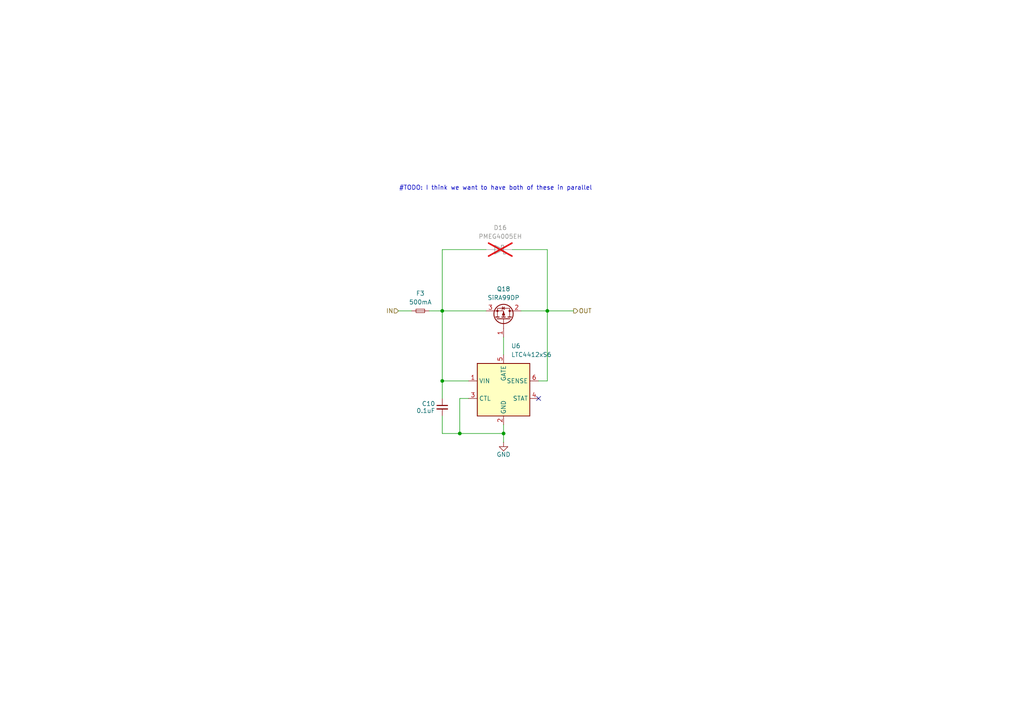
<source format=kicad_sch>
(kicad_sch (version 20231120) (generator "eeschema") (generator_version "8.0")
  (paper "A4")
  (lib_symbols
    (symbol "Argus-IC:Q_PMOS_GDS" (pin_names (offset 0) hide)
      (property "Reference" "Q" (at 5.08 1.27 0))
      (property "Value" "Q_PMOS_GDS" (at 5.08 -1.27 0))
      (symbol "Q_PMOS_GDS_0_1"
        (polyline (pts (xy 0.254 0) (xy -2.54 0)))
        (polyline (pts (xy 0.254 1.905) (xy 0.254 -1.905)) (stroke (width 0.254)))
        (polyline (pts (xy 0.762 -1.27) (xy 0.762 -2.286)) (stroke (width 0.254)))
        (polyline (pts (xy 0.762 0.508) (xy 0.762 -0.508)) (stroke (width 0.254)))
        (polyline (pts (xy 0.762 2.286) (xy 0.762 1.27)) (stroke (width 0.254)))
        (polyline (pts (xy 2.54 2.54) (xy 2.54 1.778)))
        (polyline (pts (xy 2.54 -2.54) (xy 2.54 0) (xy 0.762 0)))
        (polyline (pts (xy 0.762 1.778) (xy 3.302 1.778) (xy 3.302 -1.778) (xy 0.762 -1.778)))
        (polyline (pts (xy 2.286 0) (xy 1.27 0.381) (xy 1.27 -0.381) (xy 2.286 0)) (fill (type outline)))
        (polyline (pts (xy 2.794 -0.508) (xy 2.921 -0.381) (xy 3.683 -0.381) (xy 3.81 -0.254)))
        (polyline (pts (xy 3.302 -0.381) (xy 2.921 0.254) (xy 3.683 0.254) (xy 3.302 -0.381)))
        (circle (center 1.651 0) (radius 2.794) (stroke (width 0.254)))
        (circle (center 2.54 -1.778) (radius 0.254) (fill (type outline)))
        (circle (center 2.54 1.778) (radius 0.254) (fill (type outline)))
      )
      (symbol "Q_PMOS_GDS_1_1"
        (pin input line (at -5.08 0 0) (length 2.54) (name "G") (number "1"))
        (pin passive line (at 2.54 5.08 270) (length 2.54) (name "D") (number "2"))
        (pin passive line (at 2.54 -5.08 90) (length 2.54) (name "S") (number "3"))
      )
    )
    (symbol "Device:C_Small" (pin_numbers hide) (pin_names (offset 0.254) hide)
      (property "Reference" "C" (at 0.254 1.778 0))
      (property "Value" "C_Small" (at 0.254 -2.032 0))
      (symbol "C_Small_0_1"
        (polyline (pts (xy -1.524 -0.508) (xy 1.524 -0.508)) (stroke (width 0.3302)))
        (polyline (pts (xy -1.524 0.508) (xy 1.524 0.508)) (stroke (width 0.3048)))
      )
      (symbol "C_Small_1_1"
        (pin passive line (at 0 2.54 270) (length 2.032) (name "~") (number "1"))
        (pin passive line (at 0 -2.54 90) (length 2.032) (name "~") (number "2"))
      )
    )
    (symbol "Device:Fuse_Small" (pin_numbers hide) (pin_names (offset 0.254) hide)
      (property "Reference" "F" (at 0 -1.524 0))
      (property "Value" "Fuse_Small" (at 0 1.524 0))
      (symbol "Fuse_Small_0_1"
        (rectangle (start -1.27 0.508) (end 1.27 -0.508))
        (polyline (pts (xy -1.27 0) (xy 1.27 0)))
      )
      (symbol "Fuse_Small_1_1"
        (pin passive line (at -2.54 0 0) (length 1.27) (name "~") (number "1"))
        (pin passive line (at 2.54 0 180) (length 1.27) (name "~") (number "2"))
      )
    )
    (symbol "Diode:PMEG4005EH" (pin_numbers hide) (pin_names hide)
      (property "Reference" "D" (at 0 2.54 0))
      (property "Value" "PMEG4005EH" (at 0 -2.54 0))
      (symbol "PMEG4005EH_0_1"
        (polyline (pts (xy 1.27 0) (xy -1.27 0)))
        (polyline (pts (xy 1.27 1.27) (xy 1.27 -1.27) (xy -1.27 0) (xy 1.27 1.27)) (stroke (width 0.2032)))
        (polyline (pts (xy -1.905 0.635) (xy -1.905 1.27) (xy -1.27 1.27) (xy -1.27 -1.27) (xy -0.635 -1.27) (xy -0.635 -0.635)) (stroke (width 0.2032)))
      )
      (symbol "PMEG4005EH_1_1"
        (pin passive line (at -3.81 0 0) (length 2.54) (name "K") (number "1"))
        (pin passive line (at 3.81 0 180) (length 2.54) (name "A") (number "2"))
      )
    )
    (symbol "Power_Management:LTC4412xS6"
      (property "Reference" "U" (at -6.35 8.89 0))
      (property "Value" "LTC4412xS6" (at 6.35 8.89 0))
      (symbol "LTC4412xS6_0_1"
        (rectangle (start -7.62 7.62) (end 7.62 -7.62) (stroke (width 0.254)) (fill (type background)))
      )
      (symbol "LTC4412xS6_1_1"
        (pin power_in line (at -10.16 2.54 0) (length 2.54) (name "VIN") (number "1"))
        (pin power_in line (at 0 -10.16 90) (length 2.54) (name "GND") (number "2"))
        (pin input line (at -10.16 -2.54 0) (length 2.54) (name "CTL") (number "3"))
        (pin open_collector line (at 10.16 -2.54 180) (length 2.54) (name "STAT") (number "4"))
        (pin output line (at 0 10.16 270) (length 2.54) (name "GATE") (number "5"))
        (pin input line (at 10.16 2.54 180) (length 2.54) (name "SENSE") (number "6"))
      )
    )
    (symbol "power:GND" (power) (pin_numbers hide) (pin_names (offset 0) hide)
      (property "Value" "GND" (at 0 -3.81 0))
      (symbol "GND_0_1"
        (polyline (pts (xy 0 0) (xy 0 -1.27) (xy 1.27 -1.27) (xy 0 -2.54) (xy -1.27 -1.27) (xy 0 -1.27)))
      )
      (symbol "GND_1_1"
        (pin power_in line (at 0 0 270) (length 0) (name "~") (number "1"))
      )
    )
  )
  (junction (at 146.05 125.73))
  (junction (at 133.35 125.73))
  (junction (at 158.75 90.17))
  (junction (at 128.27 110.49))
  (junction (at 128.27 90.17))
  (no_connect (at 156.21 115.57))
  (wire (pts (xy 158.75 72.39) (xy 148.59 72.39)))
  (wire (pts (xy 146.05 125.73) (xy 133.35 125.73)))
  (wire (pts (xy 158.75 90.17) (xy 158.75 72.39)))
  (wire (pts (xy 133.35 125.73) (xy 128.27 125.73)))
  (wire (pts (xy 124.46 90.17) (xy 128.27 90.17)))
  (wire (pts (xy 128.27 125.73) (xy 128.27 120.65)))
  (wire (pts (xy 128.27 90.17) (xy 140.97 90.17)))
  (wire (pts (xy 146.05 125.73) (xy 146.05 128.27)))
  (wire (pts (xy 128.27 90.17) (xy 128.27 110.49)))
  (wire (pts (xy 146.05 102.87) (xy 146.05 97.79)))
  (wire (pts (xy 140.97 72.39) (xy 128.27 72.39)))
  (wire (pts (xy 158.75 90.17) (xy 166.37 90.17)))
  (wire (pts (xy 151.13 90.17) (xy 158.75 90.17)))
  (wire (pts (xy 115.57 90.17) (xy 119.38 90.17)))
  (wire (pts (xy 128.27 72.39) (xy 128.27 90.17)))
  (wire (pts (xy 158.75 90.17) (xy 158.75 110.49)))
  (wire (pts (xy 133.35 125.73) (xy 133.35 115.57)))
  (wire (pts (xy 135.89 115.57) (xy 133.35 115.57)))
  (wire (pts (xy 156.21 110.49) (xy 158.75 110.49)))
  (wire (pts (xy 128.27 110.49) (xy 128.27 115.57)))
  (wire (pts (xy 146.05 125.73) (xy 146.05 123.19)))
  (wire (pts (xy 135.89 110.49) (xy 128.27 110.49)))
  (text "#TODO: I think we want to have both of these in parallel" (at 143.764 54.61 0) (effects (font (size 1.27 1.27))))
  (hierarchical_label "IN" (shape input) (at 115.57 90.17 180))
  (hierarchical_label "OUT" (shape output) (at 166.37 90.17 0))
  (symbol (lib_id "Diode:PMEG4005EH") (at 144.78 72.39 180) (unit 1) (dnp yes)
    (property "Reference" "D16" (at 145.0975 66.04 0))
    (property "Value" "PMEG4005EH" (at 145.0975 68.58 0))
    (property "Footprint" "Diode_SMD:D_SOD-123F" (effects (hide yes)))
    (property "Datasheet" "https://assets.nexperia.com/documents/data-sheet/PMEGXX05EH_EJ_SER.pdf" (effects (hide yes)))
    (property "Description" "40V, 500mA very low Vf MEGA Schottky barrier rectifier, SOD-123F" (effects (hide yes)))
  )
  (symbol (lib_id "Device:Fuse_Small") (at 121.92 90.17 180) (unit 1)
    (property "Reference" "F3" (at 121.92 85.09 0))
    (property "Value" "500mA" (at 121.92 87.63 0))
    (property "Footprint" "Fuse:Fuse_0603_1608Metric" (effects (hide yes)))
    (property "Description" "Fuse, small symbol" (effects (hide yes)))
  )
  (symbol (lib_id "power:GND") (at 146.05 128.27 0) (mirror y) (unit 1)
    (property "Reference" "#PWR046" (effects (hide yes)))
    (property "Value" "GND" (at 146.05 131.826 0))
    (property "Description" "Power symbol creates a global label with name \"GND\" , ground" (effects (hide yes)))
  )
  (symbol (lib_id "Device:C_Small") (at 128.27 118.11 0) (mirror y) (unit 1)
    (property "Reference" "C10" (at 126.238 117.094 0) (effects (justify left)))
    (property "Value" "0.1uF" (at 126.238 119.126 0) (effects (justify left)))
    (property "Footprint" "Capacitor_SMD:C_0603_1608Metric" (effects (hide yes)))
    (property "Description" "Unpolarized capacitor, small symbol" (effects (hide yes)))
  )
  (symbol (lib_id "Power_Management:LTC4412xS6") (at 146.05 113.03 0) (unit 1)
    (property "Reference" "U6" (at 148.2441 100.33 0) (effects (justify left)))
    (property "Value" "LTC4412xS6" (at 148.2441 102.87 0) (effects (justify left)))
    (property "Footprint" "Package_TO_SOT_SMD:TSOT-23-6" (effects (hide yes)))
    (property "Datasheet" "https://www.analog.com/media/en/technical-documentation/data-sheets/4412fb.pdf" (effects (hide yes)))
    (property "Description" "Low Loss PowerPath Controller, TSOT-23-6" (effects (hide yes)))
  )
  (symbol (lib_id "Argus-IC:Q_PMOS_GDS") (at 146.05 92.71 270) (mirror x) (unit 1)
    (property "Reference" "Q18" (at 146.05 83.82 90))
    (property "Value" "SiRA99DP" (at 146.05 86.36 90))
    (property "Footprint" "Argus-Miscellaneous:PowerPAK SO-8" (effects (hide yes)))
    (property "Description" "P-MOSFET transistor, gate/drain/source" (effects (hide yes)))
  )
)
</source>
